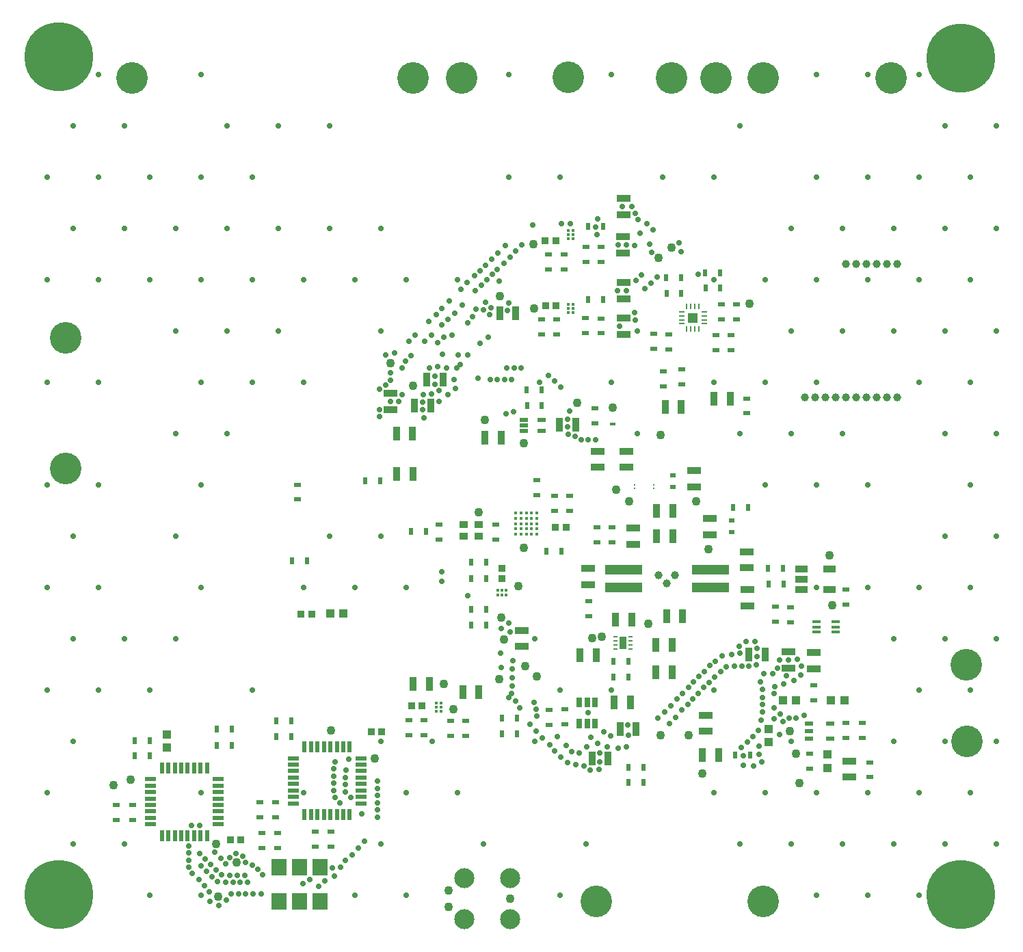
<source format=gts>
G04*
G04 #@! TF.GenerationSoftware,Altium Limited,Altium Designer,24.2.2 (26)*
G04*
G04 Layer_Color=8388736*
%FSLAX25Y25*%
%MOIN*%
G70*
G04*
G04 #@! TF.SameCoordinates,68C129F3-C7C4-414E-B264-5C09C29A3FA5*
G04*
G04*
G04 #@! TF.FilePolarity,Negative*
G04*
G01*
G75*
%ADD22R,0.03150X0.02362*%
%ADD23R,0.02200X0.03500*%
%ADD28R,0.03500X0.02200*%
%ADD32R,0.03900X0.01400*%
%ADD33R,0.04331X0.02362*%
%ADD34R,0.03200X0.03500*%
%ADD35R,0.03600X0.06500*%
%ADD36R,0.06500X0.03600*%
%ADD37R,0.03500X0.03200*%
%ADD38R,0.01000X0.02800*%
%ADD39R,0.02800X0.01000*%
%ADD40R,0.04900X0.04900*%
%ADD41C,0.00906*%
%ADD44R,0.05300X0.02000*%
%ADD45R,0.02000X0.05300*%
%ADD49R,0.01968X0.00984*%
%ADD53R,0.03150X0.01575*%
%ADD54R,0.04040X0.01875*%
%ADD55R,0.01575X0.01181*%
%ADD56R,0.01772X0.01181*%
%ADD57R,0.01181X0.01575*%
%ADD58R,0.01181X0.01772*%
%ADD59R,0.18117X0.04731*%
%ADD60R,0.03943X0.03550*%
%ADD61C,0.01778*%
%ADD62R,0.07487X0.08274*%
%ADD63R,0.05912X0.03392*%
%ADD64R,0.02913X0.04882*%
%ADD65R,0.03543X0.06299*%
%ADD66C,0.04337*%
%ADD67R,0.04140X0.03943*%
%ADD68R,0.03943X0.04140*%
%ADD69C,0.33471*%
%ADD70C,0.03960*%
%ADD71C,0.03943*%
%ADD72C,0.15400*%
%ADD73C,0.09750*%
%ADD74C,0.04300*%
%ADD75C,0.02900*%
%ADD76C,0.02800*%
%ADD77C,0.05400*%
D22*
X504600Y230212D02*
D03*
Y224700D02*
D03*
X533100Y202544D02*
D03*
Y208056D02*
D03*
D23*
X541150Y214400D02*
D03*
X533850D02*
D03*
X433300Y271800D02*
D03*
X440600D02*
D03*
X433350Y264301D02*
D03*
X440650D02*
D03*
X450250Y193101D02*
D03*
X442950D02*
D03*
X470549Y315800D02*
D03*
X463249D02*
D03*
X470449Y351700D02*
D03*
X463149D02*
D03*
X242150Y93600D02*
D03*
X249450D02*
D03*
X242250Y101000D02*
D03*
X249550D02*
D03*
X326150Y188500D02*
D03*
X318850D02*
D03*
X354450Y227600D02*
D03*
X361750D02*
D03*
X376850Y203000D02*
D03*
X384150D02*
D03*
X527649Y321500D02*
D03*
X520349D02*
D03*
X527599Y328800D02*
D03*
X520299D02*
D03*
X501350Y319000D02*
D03*
X508650D02*
D03*
X501250Y326400D02*
D03*
X508550D02*
D03*
X289450Y98600D02*
D03*
X282150D02*
D03*
X289450Y106400D02*
D03*
X282150D02*
D03*
X311150Y103000D02*
D03*
X318450D02*
D03*
X311150Y110700D02*
D03*
X318450D02*
D03*
X558350Y177200D02*
D03*
X551050D02*
D03*
X406300Y187782D02*
D03*
X413600D02*
D03*
X406300Y179982D02*
D03*
X413600D02*
D03*
X406300Y164882D02*
D03*
X413600D02*
D03*
X406300Y157082D02*
D03*
X413600D02*
D03*
X558150Y184800D02*
D03*
X550850D02*
D03*
X534850Y93800D02*
D03*
X542150D02*
D03*
X428350Y104301D02*
D03*
X421050D02*
D03*
X428350Y111851D02*
D03*
X421050D02*
D03*
X483000Y80601D02*
D03*
X490300D02*
D03*
X483000Y87801D02*
D03*
X490300D02*
D03*
X482750Y139400D02*
D03*
X475450D02*
D03*
X482750Y132000D02*
D03*
X475450D02*
D03*
D28*
X466600Y263000D02*
D03*
Y255700D02*
D03*
X467500Y197450D02*
D03*
Y204750D02*
D03*
X474900Y197450D02*
D03*
Y204750D02*
D03*
X418200Y198951D02*
D03*
Y206251D02*
D03*
X509000Y274550D02*
D03*
Y281850D02*
D03*
X438200Y227850D02*
D03*
Y220550D02*
D03*
X390397Y198867D02*
D03*
Y206167D02*
D03*
X446700Y220050D02*
D03*
Y212750D02*
D03*
X454300Y220050D02*
D03*
Y212750D02*
D03*
X440457Y298754D02*
D03*
Y306054D02*
D03*
X447958Y298754D02*
D03*
Y306054D02*
D03*
X461800Y299450D02*
D03*
Y306750D02*
D03*
X469500Y299400D02*
D03*
Y306700D02*
D03*
X499800Y280750D02*
D03*
Y273450D02*
D03*
X540600Y267700D02*
D03*
Y260400D02*
D03*
X443900Y330600D02*
D03*
Y337900D02*
D03*
X451400Y330600D02*
D03*
Y337900D02*
D03*
X462100Y334150D02*
D03*
Y341450D02*
D03*
X469500Y334150D02*
D03*
Y341450D02*
D03*
X241200Y62150D02*
D03*
Y69450D02*
D03*
X233300Y62250D02*
D03*
Y69550D02*
D03*
X338000Y49350D02*
D03*
Y56650D02*
D03*
X330200Y49350D02*
D03*
Y56650D02*
D03*
X310900Y63650D02*
D03*
Y70950D02*
D03*
X303200Y63600D02*
D03*
Y70900D02*
D03*
X600500Y90351D02*
D03*
Y83051D02*
D03*
X321500Y225700D02*
D03*
Y218400D02*
D03*
X502400Y291650D02*
D03*
Y298950D02*
D03*
X495300Y291750D02*
D03*
Y299050D02*
D03*
X525500Y291151D02*
D03*
Y298451D02*
D03*
X532700Y291151D02*
D03*
Y298451D02*
D03*
X528300Y313650D02*
D03*
Y306350D02*
D03*
X535600Y313650D02*
D03*
Y306350D02*
D03*
X571100Y94651D02*
D03*
Y87351D02*
D03*
X304100Y55850D02*
D03*
Y48550D02*
D03*
X312000Y55850D02*
D03*
Y48550D02*
D03*
X375913Y103441D02*
D03*
Y110741D02*
D03*
X383313Y103441D02*
D03*
Y110741D02*
D03*
X396113Y103141D02*
D03*
Y110441D02*
D03*
X403513Y103141D02*
D03*
Y110441D02*
D03*
X451800Y116150D02*
D03*
Y108850D02*
D03*
X561900Y166001D02*
D03*
Y158701D02*
D03*
X554600Y166051D02*
D03*
Y158751D02*
D03*
X463400Y168750D02*
D03*
Y161450D02*
D03*
X573200Y120451D02*
D03*
Y127751D02*
D03*
X588700Y167151D02*
D03*
Y174451D02*
D03*
X588900Y102150D02*
D03*
Y109450D02*
D03*
X596700Y102150D02*
D03*
Y109450D02*
D03*
X444100Y115950D02*
D03*
Y108650D02*
D03*
D32*
X583800Y158860D02*
D03*
Y156301D02*
D03*
Y153742D02*
D03*
X574600D02*
D03*
Y156301D02*
D03*
Y158860D02*
D03*
D33*
X570982Y109251D02*
D03*
Y105501D02*
D03*
Y101751D02*
D03*
X581218D02*
D03*
Y109251D02*
D03*
D34*
X442350Y312900D02*
D03*
X447450D02*
D03*
X452350Y205000D02*
D03*
X447250D02*
D03*
X323300Y162700D02*
D03*
X328400D02*
D03*
X357550Y105300D02*
D03*
X362650D02*
D03*
X447350Y344700D02*
D03*
X442250D02*
D03*
X382213Y117991D02*
D03*
X377113D02*
D03*
X288850Y52700D02*
D03*
X293950D02*
D03*
D35*
X412850Y248600D02*
D03*
X420750D02*
D03*
X449150Y254800D02*
D03*
X457050D02*
D03*
X386550Y264200D02*
D03*
X378650D02*
D03*
X484500Y160001D02*
D03*
X476600D02*
D03*
X385750Y128600D02*
D03*
X377850D02*
D03*
Y231000D02*
D03*
X369950D02*
D03*
X377650Y250500D02*
D03*
X369750D02*
D03*
X392550Y276900D02*
D03*
X384650D02*
D03*
X420050Y309200D02*
D03*
X427950D02*
D03*
X504350Y213000D02*
D03*
X496450D02*
D03*
X496550Y200500D02*
D03*
X504450D02*
D03*
X509250Y161700D02*
D03*
X501350D02*
D03*
X500750Y263700D02*
D03*
X508650D02*
D03*
X524650Y267500D02*
D03*
X532550D02*
D03*
X409950Y124600D02*
D03*
X402050D02*
D03*
X472950Y92200D02*
D03*
X465050D02*
D03*
X549500Y142800D02*
D03*
X541600D02*
D03*
X526850Y93800D02*
D03*
X518950D02*
D03*
X478750Y106500D02*
D03*
X486650D02*
D03*
X483850Y119500D02*
D03*
X475950D02*
D03*
X467050Y142400D02*
D03*
X459150D02*
D03*
X504150Y147400D02*
D03*
X496250D02*
D03*
Y134200D02*
D03*
X504150D02*
D03*
D36*
X367000Y262300D02*
D03*
Y270200D02*
D03*
X482000Y234050D02*
D03*
Y241950D02*
D03*
X480499Y324200D02*
D03*
Y316300D02*
D03*
X480500Y306750D02*
D03*
Y298850D02*
D03*
X480300Y338650D02*
D03*
Y346550D02*
D03*
X480500Y357250D02*
D03*
Y365150D02*
D03*
X467800Y234050D02*
D03*
Y241950D02*
D03*
X463200Y184850D02*
D03*
Y176950D02*
D03*
X485200Y204400D02*
D03*
Y196500D02*
D03*
X514700Y232450D02*
D03*
Y224550D02*
D03*
X522400Y209250D02*
D03*
Y201350D02*
D03*
X431000Y146750D02*
D03*
Y154650D02*
D03*
X540700Y166550D02*
D03*
Y174450D02*
D03*
X560800Y136250D02*
D03*
Y144150D02*
D03*
X520600Y113300D02*
D03*
Y105400D02*
D03*
X573100Y143850D02*
D03*
Y135950D02*
D03*
X540500Y185101D02*
D03*
Y193001D02*
D03*
X590400Y90951D02*
D03*
Y83051D02*
D03*
D37*
X421200Y184900D02*
D03*
Y179800D02*
D03*
D38*
X517199Y312500D02*
D03*
X515231D02*
D03*
X513262D02*
D03*
X511294D02*
D03*
Y301500D02*
D03*
X513262D02*
D03*
X515231D02*
D03*
X517199D02*
D03*
D39*
X508746Y309953D02*
D03*
Y307984D02*
D03*
Y306016D02*
D03*
Y304047D02*
D03*
X519746D02*
D03*
Y306016D02*
D03*
Y307984D02*
D03*
Y309953D02*
D03*
D40*
X514247Y307000D02*
D03*
D41*
X485876Y225687D02*
D03*
Y223915D02*
D03*
X495324Y225687D02*
D03*
Y223915D02*
D03*
D44*
X319502Y92340D02*
D03*
Y89191D02*
D03*
Y86041D02*
D03*
Y82891D02*
D03*
Y79742D02*
D03*
Y76592D02*
D03*
Y73443D02*
D03*
Y70293D02*
D03*
X352402D02*
D03*
Y73443D02*
D03*
Y76592D02*
D03*
Y79742D02*
D03*
Y82891D02*
D03*
Y86041D02*
D03*
Y89191D02*
D03*
Y92340D02*
D03*
X249952Y82140D02*
D03*
Y78991D02*
D03*
Y75841D02*
D03*
Y72691D02*
D03*
Y69542D02*
D03*
Y66392D02*
D03*
Y63243D02*
D03*
Y60093D02*
D03*
X282852D02*
D03*
Y63243D02*
D03*
Y66392D02*
D03*
Y69542D02*
D03*
Y72691D02*
D03*
Y75841D02*
D03*
Y78991D02*
D03*
Y82140D02*
D03*
D45*
X324928Y64867D02*
D03*
X328078D02*
D03*
X331228D02*
D03*
X334377D02*
D03*
X337527D02*
D03*
X340676D02*
D03*
X343826D02*
D03*
X346976D02*
D03*
Y97767D02*
D03*
X343826D02*
D03*
X340676D02*
D03*
X337527D02*
D03*
X334377D02*
D03*
X331228D02*
D03*
X328078D02*
D03*
X324928D02*
D03*
X277426Y87567D02*
D03*
X274276D02*
D03*
X271126D02*
D03*
X267977D02*
D03*
X264827D02*
D03*
X261678D02*
D03*
X258528D02*
D03*
X255378D02*
D03*
Y54667D02*
D03*
X258528D02*
D03*
X261678D02*
D03*
X264827D02*
D03*
X267977D02*
D03*
X271126D02*
D03*
X274276D02*
D03*
X277426D02*
D03*
D49*
X476460Y145648D02*
D03*
X483940D02*
D03*
Y147617D02*
D03*
Y149585D02*
D03*
Y151554D02*
D03*
X476460D02*
D03*
Y149585D02*
D03*
Y147617D02*
D03*
D53*
X475300Y255300D02*
D03*
D54*
X431969Y257060D02*
D03*
Y254501D02*
D03*
Y251942D02*
D03*
X440631Y257060D02*
D03*
Y251942D02*
D03*
D55*
X453619Y309632D02*
D03*
X455981Y313569D02*
D03*
Y311601D02*
D03*
X453619Y313569D02*
D03*
Y311601D02*
D03*
X453519Y345532D02*
D03*
X455881Y349469D02*
D03*
Y347501D02*
D03*
X453519Y349469D02*
D03*
Y347501D02*
D03*
X389032Y115123D02*
D03*
X391394Y119060D02*
D03*
Y117091D02*
D03*
X389032Y119060D02*
D03*
Y117091D02*
D03*
D56*
X455981Y309632D02*
D03*
X455881Y345532D02*
D03*
X391394Y115123D02*
D03*
D57*
X419132Y174163D02*
D03*
X423069Y171801D02*
D03*
X421100D02*
D03*
X423069Y174163D02*
D03*
X421100D02*
D03*
D58*
X419132Y171801D02*
D03*
D59*
X522700Y184162D02*
D03*
Y175501D02*
D03*
X480400Y184162D02*
D03*
Y175501D02*
D03*
D60*
X402658Y206355D02*
D03*
X409942D02*
D03*
Y200647D02*
D03*
X402658D02*
D03*
D61*
X427982Y211737D02*
D03*
X430541D02*
D03*
X433100D02*
D03*
X435659D02*
D03*
X438218D02*
D03*
X427982Y209178D02*
D03*
X430541D02*
D03*
X433100D02*
D03*
X435659D02*
D03*
X438218D02*
D03*
X427982Y206619D02*
D03*
X430541D02*
D03*
X433100D02*
D03*
X435659D02*
D03*
X438218D02*
D03*
X427982Y204060D02*
D03*
X430541D02*
D03*
X433100D02*
D03*
X435659D02*
D03*
X438218D02*
D03*
X427982Y201501D02*
D03*
X430541D02*
D03*
X433100D02*
D03*
X435659D02*
D03*
X438218D02*
D03*
D62*
X312400Y22566D02*
D03*
X322400D02*
D03*
X332400D02*
D03*
Y39101D02*
D03*
X322400D02*
D03*
X312400D02*
D03*
D63*
X567196Y174401D02*
D03*
Y184401D02*
D03*
X580700D02*
D03*
X567196Y179401D02*
D03*
X580700Y174401D02*
D03*
D64*
X458960Y109283D02*
D03*
X462700D02*
D03*
X466440D02*
D03*
X458960Y119519D02*
D03*
X462700D02*
D03*
X466440D02*
D03*
D65*
X480200Y148601D02*
D03*
D66*
X483300Y217600D02*
D03*
X412700Y257100D02*
D03*
X475200Y263300D02*
D03*
X282800Y24900D02*
D03*
X291900Y41500D02*
D03*
X231700Y79101D02*
D03*
X541900Y313800D02*
D03*
X457800Y265600D02*
D03*
X516000Y217400D02*
D03*
X476900Y223101D02*
D03*
X377800Y273800D02*
D03*
X366800Y284800D02*
D03*
X420200Y317700D02*
D03*
X431900Y194901D02*
D03*
X338000Y105901D02*
D03*
X409900Y212101D02*
D03*
X436700Y311700D02*
D03*
X498600Y249900D02*
D03*
X522000Y194100D02*
D03*
X436500Y342900D02*
D03*
X431800Y245901D02*
D03*
X497600Y336300D02*
D03*
X504000Y341100D02*
D03*
X359100Y92301D02*
D03*
X422300Y150201D02*
D03*
X240152Y81917D02*
D03*
X281700Y50701D02*
D03*
X392700Y128700D02*
D03*
X470000Y151701D02*
D03*
X429300Y176300D02*
D03*
X421000Y160801D02*
D03*
X438200Y132301D02*
D03*
X580900Y191201D02*
D03*
X432600Y137301D02*
D03*
X561600Y105700D02*
D03*
X512200Y103601D02*
D03*
X419700Y130901D02*
D03*
X566300Y80300D02*
D03*
X564600Y94700D02*
D03*
X498400Y103701D02*
D03*
X519000Y84900D02*
D03*
X582200Y167001D02*
D03*
X397400Y116301D02*
D03*
X492500Y158001D02*
D03*
X465100Y150800D02*
D03*
D67*
X343896Y162800D02*
D03*
X337400D02*
D03*
X564548Y120600D02*
D03*
X558052D02*
D03*
X588148Y120400D02*
D03*
X581652D02*
D03*
D68*
X258000Y97452D02*
D03*
Y103948D02*
D03*
X579800Y87653D02*
D03*
Y94149D02*
D03*
X551100Y100100D02*
D03*
Y106596D02*
D03*
D69*
X644685Y433563D02*
D03*
Y25984D02*
D03*
X205118D02*
D03*
Y434252D02*
D03*
D70*
X608980Y333195D02*
D03*
X613980D02*
D03*
X593980D02*
D03*
X588980D02*
D03*
X603980D02*
D03*
X598980D02*
D03*
X613980Y268195D02*
D03*
X598980D02*
D03*
X593980D02*
D03*
X608980D02*
D03*
X603980D02*
D03*
X578980D02*
D03*
X573980D02*
D03*
X568980D02*
D03*
X583980D02*
D03*
X588980D02*
D03*
D71*
X497600Y181501D02*
D03*
X505474D02*
D03*
X501537Y177564D02*
D03*
D72*
X647800Y100400D02*
D03*
X647342Y137992D02*
D03*
X208400Y297100D02*
D03*
Y233700D02*
D03*
X453500Y424100D02*
D03*
X401600Y423801D02*
D03*
X503900D02*
D03*
X548600D02*
D03*
X525600D02*
D03*
X610900D02*
D03*
X467100Y22600D02*
D03*
X548600D02*
D03*
X240800Y423801D02*
D03*
X377700D02*
D03*
D73*
X402800Y13801D02*
D03*
X425300D02*
D03*
X402800Y33801D02*
D03*
X425300D02*
D03*
D74*
X395300Y19805D02*
D03*
Y27797D02*
D03*
X425300Y23801D02*
D03*
D75*
X424496Y121972D02*
D03*
X424450Y314300D02*
D03*
X425200Y336700D02*
D03*
X428000Y339600D02*
D03*
X431000Y342700D02*
D03*
X422754Y342295D02*
D03*
X400921Y284138D02*
D03*
X409388Y277495D02*
D03*
X414341Y297559D02*
D03*
X410400Y294700D02*
D03*
X404600Y288800D02*
D03*
X399900D02*
D03*
X399073Y282487D02*
D03*
X517000Y328100D02*
D03*
X361648Y262283D02*
D03*
Y258783D02*
D03*
X467600Y347500D02*
D03*
X427000Y261200D02*
D03*
X423300Y260100D02*
D03*
X391700Y183100D02*
D03*
X391800Y178600D02*
D03*
X404500Y171500D02*
D03*
X420600Y143400D02*
D03*
X420800Y136700D02*
D03*
X426000Y123900D02*
D03*
X426100Y127700D02*
D03*
X426300Y131600D02*
D03*
Y136000D02*
D03*
X426400Y139900D02*
D03*
X425200Y154000D02*
D03*
X424600Y158100D02*
D03*
X421000Y155700D02*
D03*
X427966Y120202D02*
D03*
X429800Y117000D02*
D03*
X434900Y108900D02*
D03*
X437800Y105500D02*
D03*
X440900Y102200D02*
D03*
X444500Y98900D02*
D03*
X446900Y95900D02*
D03*
X450000Y92800D02*
D03*
X453100Y90200D02*
D03*
X457100Y89300D02*
D03*
X461069Y88380D02*
D03*
X464115Y86656D02*
D03*
X468600Y86900D02*
D03*
X468900Y90400D02*
D03*
Y94900D02*
D03*
X462600Y97800D02*
D03*
X458978Y94987D02*
D03*
X455100Y95600D02*
D03*
X452600Y98500D02*
D03*
X448082Y102859D02*
D03*
X438182Y112758D02*
D03*
X437887Y116246D02*
D03*
X436807Y119575D02*
D03*
X560700Y140100D02*
D03*
X556600Y140200D02*
D03*
X555400Y136300D02*
D03*
X553200Y133500D02*
D03*
X548900Y133600D02*
D03*
X547100Y129700D02*
D03*
X548100Y125900D02*
D03*
X548313Y122005D02*
D03*
Y118505D02*
D03*
Y115005D02*
D03*
X547600Y110800D02*
D03*
X546200Y106000D02*
D03*
X543600Y102900D02*
D03*
X540731Y100069D02*
D03*
X538000Y97500D02*
D03*
X538756Y93435D02*
D03*
X538900Y88900D02*
D03*
X543900Y88700D02*
D03*
X547800Y90700D02*
D03*
X546400Y94300D02*
D03*
X546600Y98200D02*
D03*
X556476Y103809D02*
D03*
X568504Y113091D02*
D03*
X564568Y112038D02*
D03*
X561068Y112020D02*
D03*
X558112Y110146D02*
D03*
X554000Y111400D02*
D03*
X556700Y114000D02*
D03*
X553887Y116820D02*
D03*
Y123820D02*
D03*
X554332Y127292D02*
D03*
X558400Y128400D02*
D03*
X560000Y132400D02*
D03*
X563600Y130200D02*
D03*
X566900Y132800D02*
D03*
X567100Y137100D02*
D03*
X565300Y140700D02*
D03*
X540100Y149300D02*
D03*
X536800Y147000D02*
D03*
X537100Y143500D02*
D03*
X533013Y142792D02*
D03*
X528500Y142100D02*
D03*
X525200Y139700D02*
D03*
X522500Y137400D02*
D03*
X520000Y134600D02*
D03*
X517300Y132200D02*
D03*
X514500Y129500D02*
D03*
X512100Y126800D02*
D03*
X509093Y123834D02*
D03*
X506400Y121100D02*
D03*
X503500Y118000D02*
D03*
X500400Y114900D02*
D03*
X497100Y111800D02*
D03*
X482600Y108600D02*
D03*
X482800Y103700D02*
D03*
X474200Y103300D02*
D03*
X470700Y105300D02*
D03*
X463100Y114500D02*
D03*
X464500Y102500D02*
D03*
X467800Y99500D02*
D03*
X472500Y97900D02*
D03*
X477800Y97300D02*
D03*
X481800Y97900D02*
D03*
X502700Y109100D02*
D03*
X505800Y112300D02*
D03*
X508900Y115800D02*
D03*
X511800Y118600D02*
D03*
X514300Y121300D02*
D03*
X516900Y123900D02*
D03*
X519500Y126800D02*
D03*
X522200Y129300D02*
D03*
X524800Y131800D02*
D03*
X527800Y134600D02*
D03*
X530600Y136800D02*
D03*
X534670Y137218D02*
D03*
X538170D02*
D03*
X541670Y137256D02*
D03*
X545085Y138022D02*
D03*
X545500Y142000D02*
D03*
Y145800D02*
D03*
X544400Y149300D02*
D03*
X386808Y269744D02*
D03*
X382800Y269700D02*
D03*
X382600Y265900D02*
D03*
Y262300D02*
D03*
X383100Y258200D02*
D03*
X390644Y266369D02*
D03*
X430573Y282487D02*
D03*
X427073D02*
D03*
X423573D02*
D03*
X394200Y282600D02*
D03*
X389900Y283300D02*
D03*
X388500Y278700D02*
D03*
X388600Y274700D02*
D03*
X390475Y271411D02*
D03*
X394900Y269600D02*
D03*
X398600Y272700D02*
D03*
X397839Y276913D02*
D03*
X415339D02*
D03*
X418839D02*
D03*
X422339D02*
D03*
X425839D02*
D03*
X439605Y275655D02*
D03*
X454200Y261400D02*
D03*
X453200Y257400D02*
D03*
Y253900D02*
D03*
X453351Y250342D02*
D03*
X456678Y249256D02*
D03*
X459786Y247647D02*
D03*
X463286Y247602D02*
D03*
X466786D02*
D03*
X449700Y273300D02*
D03*
X446800Y276100D02*
D03*
X444000Y279000D02*
D03*
X479900Y361100D02*
D03*
X467728Y355073D02*
D03*
X466800Y351300D02*
D03*
X477900Y342600D02*
D03*
X481800D02*
D03*
X485800Y342100D02*
D03*
X488364Y348196D02*
D03*
X493300Y342800D02*
D03*
X508500Y339200D02*
D03*
X507471Y343578D02*
D03*
X494800Y349800D02*
D03*
X491700Y352800D02*
D03*
X487502Y354787D02*
D03*
X486044Y357969D02*
D03*
X484628Y361170D02*
D03*
X494191Y338870D02*
D03*
X489300Y327900D02*
D03*
X486500Y325100D02*
D03*
X481900Y320300D02*
D03*
X477500D02*
D03*
X478400Y302900D02*
D03*
X486044Y305901D02*
D03*
X485876Y309397D02*
D03*
X490989Y321231D02*
D03*
X493700Y324000D02*
D03*
X496700Y327000D02*
D03*
X413300Y314600D02*
D03*
X415956Y311974D02*
D03*
X415181Y308560D02*
D03*
X412200Y311000D02*
D03*
X408400Y311100D02*
D03*
X406800Y307600D02*
D03*
X404449Y304610D02*
D03*
X396700Y298500D02*
D03*
X392847Y297650D02*
D03*
X389800Y294900D02*
D03*
X385700Y282400D02*
D03*
X392103Y289064D02*
D03*
X423900Y310500D02*
D03*
X420000Y324800D02*
D03*
X450200Y353000D02*
D03*
X436315Y352256D02*
D03*
X419300Y338700D02*
D03*
X416200Y335600D02*
D03*
X413200Y332700D02*
D03*
X410600Y330000D02*
D03*
X407905Y327446D02*
D03*
X404300Y324100D02*
D03*
X401300Y320900D02*
D03*
X395531Y315072D02*
D03*
X391900Y311500D02*
D03*
X389200Y308400D02*
D03*
X385631Y305172D02*
D03*
X378900Y298500D02*
D03*
X375700Y295500D02*
D03*
X368900Y290000D02*
D03*
X364500Y289000D02*
D03*
X366913Y280171D02*
D03*
Y276671D02*
D03*
X364345Y274294D02*
D03*
X361505Y272248D02*
D03*
X367000Y266300D02*
D03*
X370750Y266205D02*
D03*
X372400Y269700D02*
D03*
Y282700D02*
D03*
X374300Y285900D02*
D03*
X376924Y288583D02*
D03*
X383600Y295500D02*
D03*
X386823Y298482D02*
D03*
X391773Y303432D02*
D03*
X395000Y306300D02*
D03*
X398100Y309200D02*
D03*
X401673Y313332D02*
D03*
X408300Y320200D02*
D03*
X411300Y322900D02*
D03*
X413900Y325400D02*
D03*
X416522Y328181D02*
D03*
X418997Y330656D02*
D03*
X422200Y333500D02*
D03*
X454600Y352800D02*
D03*
X293587Y31787D02*
D03*
X290087D02*
D03*
X286587D02*
D03*
X282500Y32200D02*
D03*
X279700Y34700D02*
D03*
X277100Y37100D02*
D03*
X274500Y39900D02*
D03*
X269675Y59521D02*
D03*
X268340Y49582D02*
D03*
Y46082D02*
D03*
Y42582D02*
D03*
X268378Y39083D02*
D03*
X270301Y36158D02*
D03*
X273400Y33200D02*
D03*
X276300Y30100D02*
D03*
X278600Y27300D02*
D03*
X278700Y22600D02*
D03*
X283300Y20500D02*
D03*
X286800Y23200D02*
D03*
X289196Y26213D02*
D03*
X292696D02*
D03*
X296197D02*
D03*
X299696D02*
D03*
X303900Y26200D02*
D03*
X332000Y29900D02*
D03*
X334900Y32500D02*
D03*
X339500Y34900D02*
D03*
X338600Y38900D02*
D03*
X342500Y39200D02*
D03*
X344700Y42500D02*
D03*
X348200Y45200D02*
D03*
X351200Y48500D02*
D03*
X354261Y51969D02*
D03*
X360539Y63657D02*
D03*
Y67157D02*
D03*
Y70657D02*
D03*
Y74157D02*
D03*
Y77657D02*
D03*
Y81157D02*
D03*
X346529Y91977D02*
D03*
X339851Y90511D02*
D03*
X339113Y87089D02*
D03*
Y83589D02*
D03*
Y80089D02*
D03*
Y76589D02*
D03*
X339721Y73142D02*
D03*
X342144Y70616D02*
D03*
X304415Y35387D02*
D03*
X302216Y38109D02*
D03*
X299493Y40308D02*
D03*
X296200Y41494D02*
D03*
X294744Y44677D02*
D03*
X291412Y45749D02*
D03*
X288410Y43949D02*
D03*
X286566Y40975D02*
D03*
X284091Y43449D02*
D03*
X281200Y46400D02*
D03*
X273922Y59611D02*
D03*
X273900Y45900D02*
D03*
X276500Y43100D02*
D03*
X279100Y40500D02*
D03*
X281700Y37900D02*
D03*
X284500Y35700D02*
D03*
X288400Y35300D02*
D03*
X292200Y35200D02*
D03*
X296000D02*
D03*
X297270Y31850D02*
D03*
X324100Y31300D02*
D03*
X327400Y33100D02*
D03*
X352887Y65096D02*
D03*
X347500Y73100D02*
D03*
X344698Y75944D02*
D03*
X344687Y79444D02*
D03*
Y82944D02*
D03*
X345214Y86404D02*
D03*
D76*
X662008Y400591D02*
D03*
X649508Y375590D02*
D03*
X662008Y350590D02*
D03*
X649508Y325590D02*
D03*
X662008Y300590D02*
D03*
X649508Y275590D02*
D03*
X662008Y250590D02*
D03*
X649508Y225590D02*
D03*
X662008Y200591D02*
D03*
X649508Y175591D02*
D03*
X662008Y150591D02*
D03*
X649508Y125591D02*
D03*
X662008Y100591D02*
D03*
X649508Y75590D02*
D03*
X662008Y50591D02*
D03*
X624508Y425591D02*
D03*
X637008Y400591D02*
D03*
X624508Y375590D02*
D03*
X637008Y350590D02*
D03*
X624508Y325590D02*
D03*
X637008Y300590D02*
D03*
X624508Y275590D02*
D03*
X637008Y250590D02*
D03*
Y200591D02*
D03*
X624508Y175591D02*
D03*
X637008Y150591D02*
D03*
X624508Y125591D02*
D03*
X637008Y100591D02*
D03*
X624508Y75590D02*
D03*
X637008Y50591D02*
D03*
X624508Y25591D02*
D03*
X599508Y425591D02*
D03*
Y375590D02*
D03*
X612008Y350590D02*
D03*
X599508Y325590D02*
D03*
X612008Y300590D02*
D03*
X599508Y225590D02*
D03*
Y175591D02*
D03*
X612008Y150591D02*
D03*
Y100591D02*
D03*
X599508Y75590D02*
D03*
X612008Y50591D02*
D03*
X599508Y25591D02*
D03*
X574508Y425591D02*
D03*
Y375590D02*
D03*
X587008Y350590D02*
D03*
X574508Y325590D02*
D03*
X587008Y300590D02*
D03*
X574508Y275590D02*
D03*
X587008Y250590D02*
D03*
X574508Y225590D02*
D03*
Y175591D02*
D03*
Y75590D02*
D03*
X587008Y50591D02*
D03*
X574508Y25591D02*
D03*
X562008Y350590D02*
D03*
X549508Y325590D02*
D03*
X562008Y300590D02*
D03*
X549508Y275590D02*
D03*
X562008Y250590D02*
D03*
X549508Y225590D02*
D03*
X562008Y100591D02*
D03*
X549508Y75590D02*
D03*
X562008Y50591D02*
D03*
X537008Y400591D02*
D03*
X524508Y375590D02*
D03*
Y325590D02*
D03*
Y275590D02*
D03*
X537008Y250590D02*
D03*
X524508Y125591D02*
D03*
Y75590D02*
D03*
X537008Y50591D02*
D03*
X499508Y375590D02*
D03*
X474508Y425591D02*
D03*
X487008Y300590D02*
D03*
X474508Y275590D02*
D03*
X487008Y250590D02*
D03*
X474508Y125591D02*
D03*
X449508Y375590D02*
D03*
Y125591D02*
D03*
X462008Y50591D02*
D03*
X449508Y25591D02*
D03*
X424508Y425591D02*
D03*
Y375590D02*
D03*
X437008Y150591D02*
D03*
Y100591D02*
D03*
X399508Y325590D02*
D03*
Y75590D02*
D03*
X412008Y50591D02*
D03*
X374508Y325590D02*
D03*
Y175591D02*
D03*
X387008Y100591D02*
D03*
X374508Y75590D02*
D03*
Y25591D02*
D03*
X362008Y350590D02*
D03*
X349508Y325590D02*
D03*
X362008Y300590D02*
D03*
Y200591D02*
D03*
X349508Y175591D02*
D03*
X362008Y100591D02*
D03*
Y50591D02*
D03*
X349508Y25591D02*
D03*
X337008Y400591D02*
D03*
Y350590D02*
D03*
X324508Y325590D02*
D03*
Y275590D02*
D03*
X337008Y200591D02*
D03*
X324508Y175591D02*
D03*
Y75590D02*
D03*
X312008Y400591D02*
D03*
X299508Y375590D02*
D03*
X312008Y350590D02*
D03*
X299508Y325590D02*
D03*
X312008Y300590D02*
D03*
X299508Y275590D02*
D03*
Y125591D02*
D03*
X274508Y425591D02*
D03*
X287008Y400591D02*
D03*
X274508Y375590D02*
D03*
X287008Y350590D02*
D03*
X274508Y325590D02*
D03*
X287008Y300590D02*
D03*
X274508Y275590D02*
D03*
X287008Y250590D02*
D03*
X274508Y225590D02*
D03*
Y175591D02*
D03*
Y75590D02*
D03*
Y25591D02*
D03*
X249508Y375590D02*
D03*
X262008Y350590D02*
D03*
X249508Y325590D02*
D03*
X262008Y300590D02*
D03*
Y250590D02*
D03*
Y200591D02*
D03*
Y150591D02*
D03*
X249508Y125591D02*
D03*
Y25591D02*
D03*
X224508Y425591D02*
D03*
X237008Y400591D02*
D03*
X224508Y375590D02*
D03*
X237008Y350590D02*
D03*
X224508Y325590D02*
D03*
Y275590D02*
D03*
Y225590D02*
D03*
Y175591D02*
D03*
X237008Y150591D02*
D03*
X224508Y125591D02*
D03*
X237008Y50591D02*
D03*
X212008Y400591D02*
D03*
X199508Y375590D02*
D03*
X212008Y350590D02*
D03*
X199508Y325590D02*
D03*
Y275590D02*
D03*
Y225590D02*
D03*
X212008Y200591D02*
D03*
X199508Y175591D02*
D03*
X212008Y150591D02*
D03*
X199508Y125591D02*
D03*
X212008Y100591D02*
D03*
X199508Y75590D02*
D03*
X212008Y50591D02*
D03*
D77*
X644685Y446161D02*
D03*
Y420965D02*
D03*
X657283Y433563D02*
D03*
X632087D02*
D03*
X654134Y441831D02*
D03*
X635630Y442224D02*
D03*
X636024Y424508D02*
D03*
X654528Y425689D02*
D03*
X644685Y38583D02*
D03*
Y13386D02*
D03*
X657283Y25984D02*
D03*
X632087D02*
D03*
X654134Y34252D02*
D03*
X635630Y34646D02*
D03*
X636024Y16929D02*
D03*
X654528Y18110D02*
D03*
X205118Y38583D02*
D03*
Y13386D02*
D03*
X217717Y25984D02*
D03*
X192520D02*
D03*
X214567Y34252D02*
D03*
X196063Y34646D02*
D03*
X196457Y16929D02*
D03*
X214961Y18110D02*
D03*
X205118Y446850D02*
D03*
Y421654D02*
D03*
X217717Y434252D02*
D03*
X192520D02*
D03*
X214567Y442520D02*
D03*
X196063Y442913D02*
D03*
X196457Y425197D02*
D03*
X214961Y426378D02*
D03*
M02*

</source>
